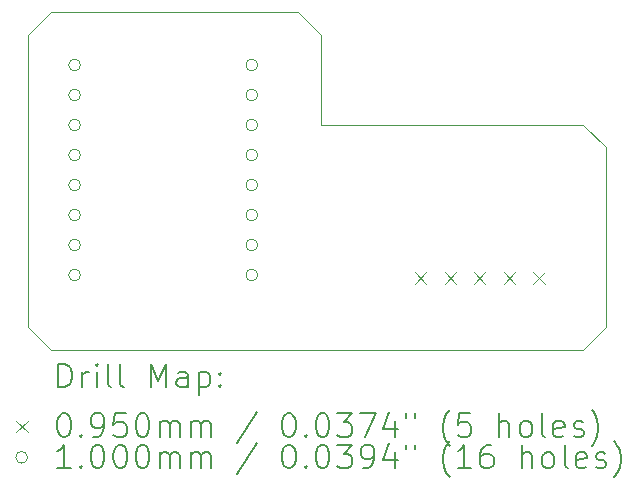
<source format=gbr>
%TF.GenerationSoftware,KiCad,Pcbnew,7.0.6-0*%
%TF.CreationDate,2023-11-24T14:46:10+00:00*%
%TF.ProjectId,TPoS Printer,54506f53-2050-4726-996e-7465722e6b69,rev?*%
%TF.SameCoordinates,Original*%
%TF.FileFunction,Drillmap*%
%TF.FilePolarity,Positive*%
%FSLAX45Y45*%
G04 Gerber Fmt 4.5, Leading zero omitted, Abs format (unit mm)*
G04 Created by KiCad (PCBNEW 7.0.6-0) date 2023-11-24 14:46:10*
%MOMM*%
%LPD*%
G01*
G04 APERTURE LIST*
%ADD10C,0.100000*%
%ADD11C,0.200000*%
%ADD12C,0.095000*%
G04 APERTURE END LIST*
D10*
X11303000Y-5651500D02*
X11303000Y-7175500D01*
X11112500Y-5461000D02*
X11303000Y-5651500D01*
X8890000Y-5461000D02*
X11112500Y-5461000D01*
X8890000Y-4699000D02*
X8890000Y-5461000D01*
X8699500Y-4508500D02*
X8890000Y-4699000D01*
X6604000Y-4508500D02*
X8699500Y-4508500D01*
X6413500Y-7175500D02*
X6413500Y-4699000D01*
X6604000Y-7366000D02*
X6413500Y-7175500D01*
X11112500Y-7366000D02*
X6604000Y-7366000D01*
X6413500Y-4699000D02*
X6604000Y-4508500D01*
X11303000Y-7175500D02*
X11112500Y-7366000D01*
D11*
D12*
X9690100Y-6708900D02*
X9785100Y-6803900D01*
X9785100Y-6708900D02*
X9690100Y-6803900D01*
X9940100Y-6708900D02*
X10035100Y-6803900D01*
X10035100Y-6708900D02*
X9940100Y-6803900D01*
X10190100Y-6708900D02*
X10285100Y-6803900D01*
X10285100Y-6708900D02*
X10190100Y-6803900D01*
X10440100Y-6708900D02*
X10535100Y-6803900D01*
X10535100Y-6708900D02*
X10440100Y-6803900D01*
X10690100Y-6708900D02*
X10785100Y-6803900D01*
X10785100Y-6708900D02*
X10690100Y-6803900D01*
D10*
X6857200Y-4953000D02*
G75*
G03*
X6857200Y-4953000I-50000J0D01*
G01*
X6857200Y-5207000D02*
G75*
G03*
X6857200Y-5207000I-50000J0D01*
G01*
X6857200Y-5461000D02*
G75*
G03*
X6857200Y-5461000I-50000J0D01*
G01*
X6857200Y-5715000D02*
G75*
G03*
X6857200Y-5715000I-50000J0D01*
G01*
X6857200Y-5969000D02*
G75*
G03*
X6857200Y-5969000I-50000J0D01*
G01*
X6857200Y-6223000D02*
G75*
G03*
X6857200Y-6223000I-50000J0D01*
G01*
X6857200Y-6477000D02*
G75*
G03*
X6857200Y-6477000I-50000J0D01*
G01*
X6857200Y-6731000D02*
G75*
G03*
X6857200Y-6731000I-50000J0D01*
G01*
X8357200Y-4953000D02*
G75*
G03*
X8357200Y-4953000I-50000J0D01*
G01*
X8357200Y-5207000D02*
G75*
G03*
X8357200Y-5207000I-50000J0D01*
G01*
X8357200Y-5461000D02*
G75*
G03*
X8357200Y-5461000I-50000J0D01*
G01*
X8357200Y-5715000D02*
G75*
G03*
X8357200Y-5715000I-50000J0D01*
G01*
X8357200Y-5969000D02*
G75*
G03*
X8357200Y-5969000I-50000J0D01*
G01*
X8357200Y-6223000D02*
G75*
G03*
X8357200Y-6223000I-50000J0D01*
G01*
X8357200Y-6477000D02*
G75*
G03*
X8357200Y-6477000I-50000J0D01*
G01*
X8357200Y-6731000D02*
G75*
G03*
X8357200Y-6731000I-50000J0D01*
G01*
D11*
X6669277Y-7682484D02*
X6669277Y-7482484D01*
X6669277Y-7482484D02*
X6716896Y-7482484D01*
X6716896Y-7482484D02*
X6745467Y-7492008D01*
X6745467Y-7492008D02*
X6764515Y-7511055D01*
X6764515Y-7511055D02*
X6774039Y-7530103D01*
X6774039Y-7530103D02*
X6783562Y-7568198D01*
X6783562Y-7568198D02*
X6783562Y-7596769D01*
X6783562Y-7596769D02*
X6774039Y-7634865D01*
X6774039Y-7634865D02*
X6764515Y-7653912D01*
X6764515Y-7653912D02*
X6745467Y-7672960D01*
X6745467Y-7672960D02*
X6716896Y-7682484D01*
X6716896Y-7682484D02*
X6669277Y-7682484D01*
X6869277Y-7682484D02*
X6869277Y-7549150D01*
X6869277Y-7587246D02*
X6878801Y-7568198D01*
X6878801Y-7568198D02*
X6888324Y-7558674D01*
X6888324Y-7558674D02*
X6907372Y-7549150D01*
X6907372Y-7549150D02*
X6926420Y-7549150D01*
X6993086Y-7682484D02*
X6993086Y-7549150D01*
X6993086Y-7482484D02*
X6983562Y-7492008D01*
X6983562Y-7492008D02*
X6993086Y-7501531D01*
X6993086Y-7501531D02*
X7002610Y-7492008D01*
X7002610Y-7492008D02*
X6993086Y-7482484D01*
X6993086Y-7482484D02*
X6993086Y-7501531D01*
X7116896Y-7682484D02*
X7097848Y-7672960D01*
X7097848Y-7672960D02*
X7088324Y-7653912D01*
X7088324Y-7653912D02*
X7088324Y-7482484D01*
X7221658Y-7682484D02*
X7202610Y-7672960D01*
X7202610Y-7672960D02*
X7193086Y-7653912D01*
X7193086Y-7653912D02*
X7193086Y-7482484D01*
X7450229Y-7682484D02*
X7450229Y-7482484D01*
X7450229Y-7482484D02*
X7516896Y-7625341D01*
X7516896Y-7625341D02*
X7583562Y-7482484D01*
X7583562Y-7482484D02*
X7583562Y-7682484D01*
X7764515Y-7682484D02*
X7764515Y-7577722D01*
X7764515Y-7577722D02*
X7754991Y-7558674D01*
X7754991Y-7558674D02*
X7735943Y-7549150D01*
X7735943Y-7549150D02*
X7697848Y-7549150D01*
X7697848Y-7549150D02*
X7678801Y-7558674D01*
X7764515Y-7672960D02*
X7745467Y-7682484D01*
X7745467Y-7682484D02*
X7697848Y-7682484D01*
X7697848Y-7682484D02*
X7678801Y-7672960D01*
X7678801Y-7672960D02*
X7669277Y-7653912D01*
X7669277Y-7653912D02*
X7669277Y-7634865D01*
X7669277Y-7634865D02*
X7678801Y-7615817D01*
X7678801Y-7615817D02*
X7697848Y-7606293D01*
X7697848Y-7606293D02*
X7745467Y-7606293D01*
X7745467Y-7606293D02*
X7764515Y-7596769D01*
X7859753Y-7549150D02*
X7859753Y-7749150D01*
X7859753Y-7558674D02*
X7878801Y-7549150D01*
X7878801Y-7549150D02*
X7916896Y-7549150D01*
X7916896Y-7549150D02*
X7935943Y-7558674D01*
X7935943Y-7558674D02*
X7945467Y-7568198D01*
X7945467Y-7568198D02*
X7954991Y-7587246D01*
X7954991Y-7587246D02*
X7954991Y-7644388D01*
X7954991Y-7644388D02*
X7945467Y-7663436D01*
X7945467Y-7663436D02*
X7935943Y-7672960D01*
X7935943Y-7672960D02*
X7916896Y-7682484D01*
X7916896Y-7682484D02*
X7878801Y-7682484D01*
X7878801Y-7682484D02*
X7859753Y-7672960D01*
X8040705Y-7663436D02*
X8050229Y-7672960D01*
X8050229Y-7672960D02*
X8040705Y-7682484D01*
X8040705Y-7682484D02*
X8031182Y-7672960D01*
X8031182Y-7672960D02*
X8040705Y-7663436D01*
X8040705Y-7663436D02*
X8040705Y-7682484D01*
X8040705Y-7558674D02*
X8050229Y-7568198D01*
X8050229Y-7568198D02*
X8040705Y-7577722D01*
X8040705Y-7577722D02*
X8031182Y-7568198D01*
X8031182Y-7568198D02*
X8040705Y-7558674D01*
X8040705Y-7558674D02*
X8040705Y-7577722D01*
D12*
X6313500Y-7963500D02*
X6408500Y-8058500D01*
X6408500Y-7963500D02*
X6313500Y-8058500D01*
D11*
X6707372Y-7902484D02*
X6726420Y-7902484D01*
X6726420Y-7902484D02*
X6745467Y-7912008D01*
X6745467Y-7912008D02*
X6754991Y-7921531D01*
X6754991Y-7921531D02*
X6764515Y-7940579D01*
X6764515Y-7940579D02*
X6774039Y-7978674D01*
X6774039Y-7978674D02*
X6774039Y-8026293D01*
X6774039Y-8026293D02*
X6764515Y-8064388D01*
X6764515Y-8064388D02*
X6754991Y-8083436D01*
X6754991Y-8083436D02*
X6745467Y-8092960D01*
X6745467Y-8092960D02*
X6726420Y-8102484D01*
X6726420Y-8102484D02*
X6707372Y-8102484D01*
X6707372Y-8102484D02*
X6688324Y-8092960D01*
X6688324Y-8092960D02*
X6678801Y-8083436D01*
X6678801Y-8083436D02*
X6669277Y-8064388D01*
X6669277Y-8064388D02*
X6659753Y-8026293D01*
X6659753Y-8026293D02*
X6659753Y-7978674D01*
X6659753Y-7978674D02*
X6669277Y-7940579D01*
X6669277Y-7940579D02*
X6678801Y-7921531D01*
X6678801Y-7921531D02*
X6688324Y-7912008D01*
X6688324Y-7912008D02*
X6707372Y-7902484D01*
X6859753Y-8083436D02*
X6869277Y-8092960D01*
X6869277Y-8092960D02*
X6859753Y-8102484D01*
X6859753Y-8102484D02*
X6850229Y-8092960D01*
X6850229Y-8092960D02*
X6859753Y-8083436D01*
X6859753Y-8083436D02*
X6859753Y-8102484D01*
X6964515Y-8102484D02*
X7002610Y-8102484D01*
X7002610Y-8102484D02*
X7021658Y-8092960D01*
X7021658Y-8092960D02*
X7031182Y-8083436D01*
X7031182Y-8083436D02*
X7050229Y-8054865D01*
X7050229Y-8054865D02*
X7059753Y-8016769D01*
X7059753Y-8016769D02*
X7059753Y-7940579D01*
X7059753Y-7940579D02*
X7050229Y-7921531D01*
X7050229Y-7921531D02*
X7040705Y-7912008D01*
X7040705Y-7912008D02*
X7021658Y-7902484D01*
X7021658Y-7902484D02*
X6983562Y-7902484D01*
X6983562Y-7902484D02*
X6964515Y-7912008D01*
X6964515Y-7912008D02*
X6954991Y-7921531D01*
X6954991Y-7921531D02*
X6945467Y-7940579D01*
X6945467Y-7940579D02*
X6945467Y-7988198D01*
X6945467Y-7988198D02*
X6954991Y-8007246D01*
X6954991Y-8007246D02*
X6964515Y-8016769D01*
X6964515Y-8016769D02*
X6983562Y-8026293D01*
X6983562Y-8026293D02*
X7021658Y-8026293D01*
X7021658Y-8026293D02*
X7040705Y-8016769D01*
X7040705Y-8016769D02*
X7050229Y-8007246D01*
X7050229Y-8007246D02*
X7059753Y-7988198D01*
X7240705Y-7902484D02*
X7145467Y-7902484D01*
X7145467Y-7902484D02*
X7135943Y-7997722D01*
X7135943Y-7997722D02*
X7145467Y-7988198D01*
X7145467Y-7988198D02*
X7164515Y-7978674D01*
X7164515Y-7978674D02*
X7212134Y-7978674D01*
X7212134Y-7978674D02*
X7231182Y-7988198D01*
X7231182Y-7988198D02*
X7240705Y-7997722D01*
X7240705Y-7997722D02*
X7250229Y-8016769D01*
X7250229Y-8016769D02*
X7250229Y-8064388D01*
X7250229Y-8064388D02*
X7240705Y-8083436D01*
X7240705Y-8083436D02*
X7231182Y-8092960D01*
X7231182Y-8092960D02*
X7212134Y-8102484D01*
X7212134Y-8102484D02*
X7164515Y-8102484D01*
X7164515Y-8102484D02*
X7145467Y-8092960D01*
X7145467Y-8092960D02*
X7135943Y-8083436D01*
X7374039Y-7902484D02*
X7393086Y-7902484D01*
X7393086Y-7902484D02*
X7412134Y-7912008D01*
X7412134Y-7912008D02*
X7421658Y-7921531D01*
X7421658Y-7921531D02*
X7431182Y-7940579D01*
X7431182Y-7940579D02*
X7440705Y-7978674D01*
X7440705Y-7978674D02*
X7440705Y-8026293D01*
X7440705Y-8026293D02*
X7431182Y-8064388D01*
X7431182Y-8064388D02*
X7421658Y-8083436D01*
X7421658Y-8083436D02*
X7412134Y-8092960D01*
X7412134Y-8092960D02*
X7393086Y-8102484D01*
X7393086Y-8102484D02*
X7374039Y-8102484D01*
X7374039Y-8102484D02*
X7354991Y-8092960D01*
X7354991Y-8092960D02*
X7345467Y-8083436D01*
X7345467Y-8083436D02*
X7335943Y-8064388D01*
X7335943Y-8064388D02*
X7326420Y-8026293D01*
X7326420Y-8026293D02*
X7326420Y-7978674D01*
X7326420Y-7978674D02*
X7335943Y-7940579D01*
X7335943Y-7940579D02*
X7345467Y-7921531D01*
X7345467Y-7921531D02*
X7354991Y-7912008D01*
X7354991Y-7912008D02*
X7374039Y-7902484D01*
X7526420Y-8102484D02*
X7526420Y-7969150D01*
X7526420Y-7988198D02*
X7535943Y-7978674D01*
X7535943Y-7978674D02*
X7554991Y-7969150D01*
X7554991Y-7969150D02*
X7583563Y-7969150D01*
X7583563Y-7969150D02*
X7602610Y-7978674D01*
X7602610Y-7978674D02*
X7612134Y-7997722D01*
X7612134Y-7997722D02*
X7612134Y-8102484D01*
X7612134Y-7997722D02*
X7621658Y-7978674D01*
X7621658Y-7978674D02*
X7640705Y-7969150D01*
X7640705Y-7969150D02*
X7669277Y-7969150D01*
X7669277Y-7969150D02*
X7688324Y-7978674D01*
X7688324Y-7978674D02*
X7697848Y-7997722D01*
X7697848Y-7997722D02*
X7697848Y-8102484D01*
X7793086Y-8102484D02*
X7793086Y-7969150D01*
X7793086Y-7988198D02*
X7802610Y-7978674D01*
X7802610Y-7978674D02*
X7821658Y-7969150D01*
X7821658Y-7969150D02*
X7850229Y-7969150D01*
X7850229Y-7969150D02*
X7869277Y-7978674D01*
X7869277Y-7978674D02*
X7878801Y-7997722D01*
X7878801Y-7997722D02*
X7878801Y-8102484D01*
X7878801Y-7997722D02*
X7888324Y-7978674D01*
X7888324Y-7978674D02*
X7907372Y-7969150D01*
X7907372Y-7969150D02*
X7935943Y-7969150D01*
X7935943Y-7969150D02*
X7954991Y-7978674D01*
X7954991Y-7978674D02*
X7964515Y-7997722D01*
X7964515Y-7997722D02*
X7964515Y-8102484D01*
X8354991Y-7892960D02*
X8183563Y-8150103D01*
X8612134Y-7902484D02*
X8631182Y-7902484D01*
X8631182Y-7902484D02*
X8650229Y-7912008D01*
X8650229Y-7912008D02*
X8659753Y-7921531D01*
X8659753Y-7921531D02*
X8669277Y-7940579D01*
X8669277Y-7940579D02*
X8678801Y-7978674D01*
X8678801Y-7978674D02*
X8678801Y-8026293D01*
X8678801Y-8026293D02*
X8669277Y-8064388D01*
X8669277Y-8064388D02*
X8659753Y-8083436D01*
X8659753Y-8083436D02*
X8650229Y-8092960D01*
X8650229Y-8092960D02*
X8631182Y-8102484D01*
X8631182Y-8102484D02*
X8612134Y-8102484D01*
X8612134Y-8102484D02*
X8593087Y-8092960D01*
X8593087Y-8092960D02*
X8583563Y-8083436D01*
X8583563Y-8083436D02*
X8574039Y-8064388D01*
X8574039Y-8064388D02*
X8564515Y-8026293D01*
X8564515Y-8026293D02*
X8564515Y-7978674D01*
X8564515Y-7978674D02*
X8574039Y-7940579D01*
X8574039Y-7940579D02*
X8583563Y-7921531D01*
X8583563Y-7921531D02*
X8593087Y-7912008D01*
X8593087Y-7912008D02*
X8612134Y-7902484D01*
X8764515Y-8083436D02*
X8774039Y-8092960D01*
X8774039Y-8092960D02*
X8764515Y-8102484D01*
X8764515Y-8102484D02*
X8754991Y-8092960D01*
X8754991Y-8092960D02*
X8764515Y-8083436D01*
X8764515Y-8083436D02*
X8764515Y-8102484D01*
X8897848Y-7902484D02*
X8916896Y-7902484D01*
X8916896Y-7902484D02*
X8935944Y-7912008D01*
X8935944Y-7912008D02*
X8945468Y-7921531D01*
X8945468Y-7921531D02*
X8954991Y-7940579D01*
X8954991Y-7940579D02*
X8964515Y-7978674D01*
X8964515Y-7978674D02*
X8964515Y-8026293D01*
X8964515Y-8026293D02*
X8954991Y-8064388D01*
X8954991Y-8064388D02*
X8945468Y-8083436D01*
X8945468Y-8083436D02*
X8935944Y-8092960D01*
X8935944Y-8092960D02*
X8916896Y-8102484D01*
X8916896Y-8102484D02*
X8897848Y-8102484D01*
X8897848Y-8102484D02*
X8878801Y-8092960D01*
X8878801Y-8092960D02*
X8869277Y-8083436D01*
X8869277Y-8083436D02*
X8859753Y-8064388D01*
X8859753Y-8064388D02*
X8850229Y-8026293D01*
X8850229Y-8026293D02*
X8850229Y-7978674D01*
X8850229Y-7978674D02*
X8859753Y-7940579D01*
X8859753Y-7940579D02*
X8869277Y-7921531D01*
X8869277Y-7921531D02*
X8878801Y-7912008D01*
X8878801Y-7912008D02*
X8897848Y-7902484D01*
X9031182Y-7902484D02*
X9154991Y-7902484D01*
X9154991Y-7902484D02*
X9088325Y-7978674D01*
X9088325Y-7978674D02*
X9116896Y-7978674D01*
X9116896Y-7978674D02*
X9135944Y-7988198D01*
X9135944Y-7988198D02*
X9145468Y-7997722D01*
X9145468Y-7997722D02*
X9154991Y-8016769D01*
X9154991Y-8016769D02*
X9154991Y-8064388D01*
X9154991Y-8064388D02*
X9145468Y-8083436D01*
X9145468Y-8083436D02*
X9135944Y-8092960D01*
X9135944Y-8092960D02*
X9116896Y-8102484D01*
X9116896Y-8102484D02*
X9059753Y-8102484D01*
X9059753Y-8102484D02*
X9040706Y-8092960D01*
X9040706Y-8092960D02*
X9031182Y-8083436D01*
X9221658Y-7902484D02*
X9354991Y-7902484D01*
X9354991Y-7902484D02*
X9269277Y-8102484D01*
X9516896Y-7969150D02*
X9516896Y-8102484D01*
X9469277Y-7892960D02*
X9421658Y-8035817D01*
X9421658Y-8035817D02*
X9545468Y-8035817D01*
X9612134Y-7902484D02*
X9612134Y-7940579D01*
X9688325Y-7902484D02*
X9688325Y-7940579D01*
X9983563Y-8178674D02*
X9974039Y-8169150D01*
X9974039Y-8169150D02*
X9954991Y-8140579D01*
X9954991Y-8140579D02*
X9945468Y-8121531D01*
X9945468Y-8121531D02*
X9935944Y-8092960D01*
X9935944Y-8092960D02*
X9926420Y-8045341D01*
X9926420Y-8045341D02*
X9926420Y-8007246D01*
X9926420Y-8007246D02*
X9935944Y-7959627D01*
X9935944Y-7959627D02*
X9945468Y-7931055D01*
X9945468Y-7931055D02*
X9954991Y-7912008D01*
X9954991Y-7912008D02*
X9974039Y-7883436D01*
X9974039Y-7883436D02*
X9983563Y-7873912D01*
X10154991Y-7902484D02*
X10059753Y-7902484D01*
X10059753Y-7902484D02*
X10050230Y-7997722D01*
X10050230Y-7997722D02*
X10059753Y-7988198D01*
X10059753Y-7988198D02*
X10078801Y-7978674D01*
X10078801Y-7978674D02*
X10126420Y-7978674D01*
X10126420Y-7978674D02*
X10145468Y-7988198D01*
X10145468Y-7988198D02*
X10154991Y-7997722D01*
X10154991Y-7997722D02*
X10164515Y-8016769D01*
X10164515Y-8016769D02*
X10164515Y-8064388D01*
X10164515Y-8064388D02*
X10154991Y-8083436D01*
X10154991Y-8083436D02*
X10145468Y-8092960D01*
X10145468Y-8092960D02*
X10126420Y-8102484D01*
X10126420Y-8102484D02*
X10078801Y-8102484D01*
X10078801Y-8102484D02*
X10059753Y-8092960D01*
X10059753Y-8092960D02*
X10050230Y-8083436D01*
X10402611Y-8102484D02*
X10402611Y-7902484D01*
X10488325Y-8102484D02*
X10488325Y-7997722D01*
X10488325Y-7997722D02*
X10478801Y-7978674D01*
X10478801Y-7978674D02*
X10459753Y-7969150D01*
X10459753Y-7969150D02*
X10431182Y-7969150D01*
X10431182Y-7969150D02*
X10412134Y-7978674D01*
X10412134Y-7978674D02*
X10402611Y-7988198D01*
X10612134Y-8102484D02*
X10593087Y-8092960D01*
X10593087Y-8092960D02*
X10583563Y-8083436D01*
X10583563Y-8083436D02*
X10574039Y-8064388D01*
X10574039Y-8064388D02*
X10574039Y-8007246D01*
X10574039Y-8007246D02*
X10583563Y-7988198D01*
X10583563Y-7988198D02*
X10593087Y-7978674D01*
X10593087Y-7978674D02*
X10612134Y-7969150D01*
X10612134Y-7969150D02*
X10640706Y-7969150D01*
X10640706Y-7969150D02*
X10659753Y-7978674D01*
X10659753Y-7978674D02*
X10669277Y-7988198D01*
X10669277Y-7988198D02*
X10678801Y-8007246D01*
X10678801Y-8007246D02*
X10678801Y-8064388D01*
X10678801Y-8064388D02*
X10669277Y-8083436D01*
X10669277Y-8083436D02*
X10659753Y-8092960D01*
X10659753Y-8092960D02*
X10640706Y-8102484D01*
X10640706Y-8102484D02*
X10612134Y-8102484D01*
X10793087Y-8102484D02*
X10774039Y-8092960D01*
X10774039Y-8092960D02*
X10764515Y-8073912D01*
X10764515Y-8073912D02*
X10764515Y-7902484D01*
X10945468Y-8092960D02*
X10926420Y-8102484D01*
X10926420Y-8102484D02*
X10888325Y-8102484D01*
X10888325Y-8102484D02*
X10869277Y-8092960D01*
X10869277Y-8092960D02*
X10859753Y-8073912D01*
X10859753Y-8073912D02*
X10859753Y-7997722D01*
X10859753Y-7997722D02*
X10869277Y-7978674D01*
X10869277Y-7978674D02*
X10888325Y-7969150D01*
X10888325Y-7969150D02*
X10926420Y-7969150D01*
X10926420Y-7969150D02*
X10945468Y-7978674D01*
X10945468Y-7978674D02*
X10954992Y-7997722D01*
X10954992Y-7997722D02*
X10954992Y-8016769D01*
X10954992Y-8016769D02*
X10859753Y-8035817D01*
X11031182Y-8092960D02*
X11050230Y-8102484D01*
X11050230Y-8102484D02*
X11088325Y-8102484D01*
X11088325Y-8102484D02*
X11107373Y-8092960D01*
X11107373Y-8092960D02*
X11116896Y-8073912D01*
X11116896Y-8073912D02*
X11116896Y-8064388D01*
X11116896Y-8064388D02*
X11107373Y-8045341D01*
X11107373Y-8045341D02*
X11088325Y-8035817D01*
X11088325Y-8035817D02*
X11059753Y-8035817D01*
X11059753Y-8035817D02*
X11040706Y-8026293D01*
X11040706Y-8026293D02*
X11031182Y-8007246D01*
X11031182Y-8007246D02*
X11031182Y-7997722D01*
X11031182Y-7997722D02*
X11040706Y-7978674D01*
X11040706Y-7978674D02*
X11059753Y-7969150D01*
X11059753Y-7969150D02*
X11088325Y-7969150D01*
X11088325Y-7969150D02*
X11107373Y-7978674D01*
X11183563Y-8178674D02*
X11193087Y-8169150D01*
X11193087Y-8169150D02*
X11212134Y-8140579D01*
X11212134Y-8140579D02*
X11221658Y-8121531D01*
X11221658Y-8121531D02*
X11231182Y-8092960D01*
X11231182Y-8092960D02*
X11240706Y-8045341D01*
X11240706Y-8045341D02*
X11240706Y-8007246D01*
X11240706Y-8007246D02*
X11231182Y-7959627D01*
X11231182Y-7959627D02*
X11221658Y-7931055D01*
X11221658Y-7931055D02*
X11212134Y-7912008D01*
X11212134Y-7912008D02*
X11193087Y-7883436D01*
X11193087Y-7883436D02*
X11183563Y-7873912D01*
D10*
X6408500Y-8275000D02*
G75*
G03*
X6408500Y-8275000I-50000J0D01*
G01*
D11*
X6774039Y-8366484D02*
X6659753Y-8366484D01*
X6716896Y-8366484D02*
X6716896Y-8166484D01*
X6716896Y-8166484D02*
X6697848Y-8195055D01*
X6697848Y-8195055D02*
X6678801Y-8214103D01*
X6678801Y-8214103D02*
X6659753Y-8223627D01*
X6859753Y-8347436D02*
X6869277Y-8356960D01*
X6869277Y-8356960D02*
X6859753Y-8366484D01*
X6859753Y-8366484D02*
X6850229Y-8356960D01*
X6850229Y-8356960D02*
X6859753Y-8347436D01*
X6859753Y-8347436D02*
X6859753Y-8366484D01*
X6993086Y-8166484D02*
X7012134Y-8166484D01*
X7012134Y-8166484D02*
X7031182Y-8176008D01*
X7031182Y-8176008D02*
X7040705Y-8185531D01*
X7040705Y-8185531D02*
X7050229Y-8204579D01*
X7050229Y-8204579D02*
X7059753Y-8242674D01*
X7059753Y-8242674D02*
X7059753Y-8290293D01*
X7059753Y-8290293D02*
X7050229Y-8328388D01*
X7050229Y-8328388D02*
X7040705Y-8347436D01*
X7040705Y-8347436D02*
X7031182Y-8356960D01*
X7031182Y-8356960D02*
X7012134Y-8366484D01*
X7012134Y-8366484D02*
X6993086Y-8366484D01*
X6993086Y-8366484D02*
X6974039Y-8356960D01*
X6974039Y-8356960D02*
X6964515Y-8347436D01*
X6964515Y-8347436D02*
X6954991Y-8328388D01*
X6954991Y-8328388D02*
X6945467Y-8290293D01*
X6945467Y-8290293D02*
X6945467Y-8242674D01*
X6945467Y-8242674D02*
X6954991Y-8204579D01*
X6954991Y-8204579D02*
X6964515Y-8185531D01*
X6964515Y-8185531D02*
X6974039Y-8176008D01*
X6974039Y-8176008D02*
X6993086Y-8166484D01*
X7183562Y-8166484D02*
X7202610Y-8166484D01*
X7202610Y-8166484D02*
X7221658Y-8176008D01*
X7221658Y-8176008D02*
X7231182Y-8185531D01*
X7231182Y-8185531D02*
X7240705Y-8204579D01*
X7240705Y-8204579D02*
X7250229Y-8242674D01*
X7250229Y-8242674D02*
X7250229Y-8290293D01*
X7250229Y-8290293D02*
X7240705Y-8328388D01*
X7240705Y-8328388D02*
X7231182Y-8347436D01*
X7231182Y-8347436D02*
X7221658Y-8356960D01*
X7221658Y-8356960D02*
X7202610Y-8366484D01*
X7202610Y-8366484D02*
X7183562Y-8366484D01*
X7183562Y-8366484D02*
X7164515Y-8356960D01*
X7164515Y-8356960D02*
X7154991Y-8347436D01*
X7154991Y-8347436D02*
X7145467Y-8328388D01*
X7145467Y-8328388D02*
X7135943Y-8290293D01*
X7135943Y-8290293D02*
X7135943Y-8242674D01*
X7135943Y-8242674D02*
X7145467Y-8204579D01*
X7145467Y-8204579D02*
X7154991Y-8185531D01*
X7154991Y-8185531D02*
X7164515Y-8176008D01*
X7164515Y-8176008D02*
X7183562Y-8166484D01*
X7374039Y-8166484D02*
X7393086Y-8166484D01*
X7393086Y-8166484D02*
X7412134Y-8176008D01*
X7412134Y-8176008D02*
X7421658Y-8185531D01*
X7421658Y-8185531D02*
X7431182Y-8204579D01*
X7431182Y-8204579D02*
X7440705Y-8242674D01*
X7440705Y-8242674D02*
X7440705Y-8290293D01*
X7440705Y-8290293D02*
X7431182Y-8328388D01*
X7431182Y-8328388D02*
X7421658Y-8347436D01*
X7421658Y-8347436D02*
X7412134Y-8356960D01*
X7412134Y-8356960D02*
X7393086Y-8366484D01*
X7393086Y-8366484D02*
X7374039Y-8366484D01*
X7374039Y-8366484D02*
X7354991Y-8356960D01*
X7354991Y-8356960D02*
X7345467Y-8347436D01*
X7345467Y-8347436D02*
X7335943Y-8328388D01*
X7335943Y-8328388D02*
X7326420Y-8290293D01*
X7326420Y-8290293D02*
X7326420Y-8242674D01*
X7326420Y-8242674D02*
X7335943Y-8204579D01*
X7335943Y-8204579D02*
X7345467Y-8185531D01*
X7345467Y-8185531D02*
X7354991Y-8176008D01*
X7354991Y-8176008D02*
X7374039Y-8166484D01*
X7526420Y-8366484D02*
X7526420Y-8233150D01*
X7526420Y-8252198D02*
X7535943Y-8242674D01*
X7535943Y-8242674D02*
X7554991Y-8233150D01*
X7554991Y-8233150D02*
X7583563Y-8233150D01*
X7583563Y-8233150D02*
X7602610Y-8242674D01*
X7602610Y-8242674D02*
X7612134Y-8261722D01*
X7612134Y-8261722D02*
X7612134Y-8366484D01*
X7612134Y-8261722D02*
X7621658Y-8242674D01*
X7621658Y-8242674D02*
X7640705Y-8233150D01*
X7640705Y-8233150D02*
X7669277Y-8233150D01*
X7669277Y-8233150D02*
X7688324Y-8242674D01*
X7688324Y-8242674D02*
X7697848Y-8261722D01*
X7697848Y-8261722D02*
X7697848Y-8366484D01*
X7793086Y-8366484D02*
X7793086Y-8233150D01*
X7793086Y-8252198D02*
X7802610Y-8242674D01*
X7802610Y-8242674D02*
X7821658Y-8233150D01*
X7821658Y-8233150D02*
X7850229Y-8233150D01*
X7850229Y-8233150D02*
X7869277Y-8242674D01*
X7869277Y-8242674D02*
X7878801Y-8261722D01*
X7878801Y-8261722D02*
X7878801Y-8366484D01*
X7878801Y-8261722D02*
X7888324Y-8242674D01*
X7888324Y-8242674D02*
X7907372Y-8233150D01*
X7907372Y-8233150D02*
X7935943Y-8233150D01*
X7935943Y-8233150D02*
X7954991Y-8242674D01*
X7954991Y-8242674D02*
X7964515Y-8261722D01*
X7964515Y-8261722D02*
X7964515Y-8366484D01*
X8354991Y-8156960D02*
X8183563Y-8414103D01*
X8612134Y-8166484D02*
X8631182Y-8166484D01*
X8631182Y-8166484D02*
X8650229Y-8176008D01*
X8650229Y-8176008D02*
X8659753Y-8185531D01*
X8659753Y-8185531D02*
X8669277Y-8204579D01*
X8669277Y-8204579D02*
X8678801Y-8242674D01*
X8678801Y-8242674D02*
X8678801Y-8290293D01*
X8678801Y-8290293D02*
X8669277Y-8328388D01*
X8669277Y-8328388D02*
X8659753Y-8347436D01*
X8659753Y-8347436D02*
X8650229Y-8356960D01*
X8650229Y-8356960D02*
X8631182Y-8366484D01*
X8631182Y-8366484D02*
X8612134Y-8366484D01*
X8612134Y-8366484D02*
X8593087Y-8356960D01*
X8593087Y-8356960D02*
X8583563Y-8347436D01*
X8583563Y-8347436D02*
X8574039Y-8328388D01*
X8574039Y-8328388D02*
X8564515Y-8290293D01*
X8564515Y-8290293D02*
X8564515Y-8242674D01*
X8564515Y-8242674D02*
X8574039Y-8204579D01*
X8574039Y-8204579D02*
X8583563Y-8185531D01*
X8583563Y-8185531D02*
X8593087Y-8176008D01*
X8593087Y-8176008D02*
X8612134Y-8166484D01*
X8764515Y-8347436D02*
X8774039Y-8356960D01*
X8774039Y-8356960D02*
X8764515Y-8366484D01*
X8764515Y-8366484D02*
X8754991Y-8356960D01*
X8754991Y-8356960D02*
X8764515Y-8347436D01*
X8764515Y-8347436D02*
X8764515Y-8366484D01*
X8897848Y-8166484D02*
X8916896Y-8166484D01*
X8916896Y-8166484D02*
X8935944Y-8176008D01*
X8935944Y-8176008D02*
X8945468Y-8185531D01*
X8945468Y-8185531D02*
X8954991Y-8204579D01*
X8954991Y-8204579D02*
X8964515Y-8242674D01*
X8964515Y-8242674D02*
X8964515Y-8290293D01*
X8964515Y-8290293D02*
X8954991Y-8328388D01*
X8954991Y-8328388D02*
X8945468Y-8347436D01*
X8945468Y-8347436D02*
X8935944Y-8356960D01*
X8935944Y-8356960D02*
X8916896Y-8366484D01*
X8916896Y-8366484D02*
X8897848Y-8366484D01*
X8897848Y-8366484D02*
X8878801Y-8356960D01*
X8878801Y-8356960D02*
X8869277Y-8347436D01*
X8869277Y-8347436D02*
X8859753Y-8328388D01*
X8859753Y-8328388D02*
X8850229Y-8290293D01*
X8850229Y-8290293D02*
X8850229Y-8242674D01*
X8850229Y-8242674D02*
X8859753Y-8204579D01*
X8859753Y-8204579D02*
X8869277Y-8185531D01*
X8869277Y-8185531D02*
X8878801Y-8176008D01*
X8878801Y-8176008D02*
X8897848Y-8166484D01*
X9031182Y-8166484D02*
X9154991Y-8166484D01*
X9154991Y-8166484D02*
X9088325Y-8242674D01*
X9088325Y-8242674D02*
X9116896Y-8242674D01*
X9116896Y-8242674D02*
X9135944Y-8252198D01*
X9135944Y-8252198D02*
X9145468Y-8261722D01*
X9145468Y-8261722D02*
X9154991Y-8280769D01*
X9154991Y-8280769D02*
X9154991Y-8328388D01*
X9154991Y-8328388D02*
X9145468Y-8347436D01*
X9145468Y-8347436D02*
X9135944Y-8356960D01*
X9135944Y-8356960D02*
X9116896Y-8366484D01*
X9116896Y-8366484D02*
X9059753Y-8366484D01*
X9059753Y-8366484D02*
X9040706Y-8356960D01*
X9040706Y-8356960D02*
X9031182Y-8347436D01*
X9250229Y-8366484D02*
X9288325Y-8366484D01*
X9288325Y-8366484D02*
X9307372Y-8356960D01*
X9307372Y-8356960D02*
X9316896Y-8347436D01*
X9316896Y-8347436D02*
X9335944Y-8318865D01*
X9335944Y-8318865D02*
X9345468Y-8280769D01*
X9345468Y-8280769D02*
X9345468Y-8204579D01*
X9345468Y-8204579D02*
X9335944Y-8185531D01*
X9335944Y-8185531D02*
X9326420Y-8176008D01*
X9326420Y-8176008D02*
X9307372Y-8166484D01*
X9307372Y-8166484D02*
X9269277Y-8166484D01*
X9269277Y-8166484D02*
X9250229Y-8176008D01*
X9250229Y-8176008D02*
X9240706Y-8185531D01*
X9240706Y-8185531D02*
X9231182Y-8204579D01*
X9231182Y-8204579D02*
X9231182Y-8252198D01*
X9231182Y-8252198D02*
X9240706Y-8271246D01*
X9240706Y-8271246D02*
X9250229Y-8280769D01*
X9250229Y-8280769D02*
X9269277Y-8290293D01*
X9269277Y-8290293D02*
X9307372Y-8290293D01*
X9307372Y-8290293D02*
X9326420Y-8280769D01*
X9326420Y-8280769D02*
X9335944Y-8271246D01*
X9335944Y-8271246D02*
X9345468Y-8252198D01*
X9516896Y-8233150D02*
X9516896Y-8366484D01*
X9469277Y-8156960D02*
X9421658Y-8299817D01*
X9421658Y-8299817D02*
X9545468Y-8299817D01*
X9612134Y-8166484D02*
X9612134Y-8204579D01*
X9688325Y-8166484D02*
X9688325Y-8204579D01*
X9983563Y-8442674D02*
X9974039Y-8433150D01*
X9974039Y-8433150D02*
X9954991Y-8404579D01*
X9954991Y-8404579D02*
X9945468Y-8385531D01*
X9945468Y-8385531D02*
X9935944Y-8356960D01*
X9935944Y-8356960D02*
X9926420Y-8309341D01*
X9926420Y-8309341D02*
X9926420Y-8271246D01*
X9926420Y-8271246D02*
X9935944Y-8223627D01*
X9935944Y-8223627D02*
X9945468Y-8195055D01*
X9945468Y-8195055D02*
X9954991Y-8176008D01*
X9954991Y-8176008D02*
X9974039Y-8147436D01*
X9974039Y-8147436D02*
X9983563Y-8137912D01*
X10164515Y-8366484D02*
X10050230Y-8366484D01*
X10107372Y-8366484D02*
X10107372Y-8166484D01*
X10107372Y-8166484D02*
X10088325Y-8195055D01*
X10088325Y-8195055D02*
X10069277Y-8214103D01*
X10069277Y-8214103D02*
X10050230Y-8223627D01*
X10335944Y-8166484D02*
X10297849Y-8166484D01*
X10297849Y-8166484D02*
X10278801Y-8176008D01*
X10278801Y-8176008D02*
X10269277Y-8185531D01*
X10269277Y-8185531D02*
X10250230Y-8214103D01*
X10250230Y-8214103D02*
X10240706Y-8252198D01*
X10240706Y-8252198D02*
X10240706Y-8328388D01*
X10240706Y-8328388D02*
X10250230Y-8347436D01*
X10250230Y-8347436D02*
X10259753Y-8356960D01*
X10259753Y-8356960D02*
X10278801Y-8366484D01*
X10278801Y-8366484D02*
X10316896Y-8366484D01*
X10316896Y-8366484D02*
X10335944Y-8356960D01*
X10335944Y-8356960D02*
X10345468Y-8347436D01*
X10345468Y-8347436D02*
X10354991Y-8328388D01*
X10354991Y-8328388D02*
X10354991Y-8280769D01*
X10354991Y-8280769D02*
X10345468Y-8261722D01*
X10345468Y-8261722D02*
X10335944Y-8252198D01*
X10335944Y-8252198D02*
X10316896Y-8242674D01*
X10316896Y-8242674D02*
X10278801Y-8242674D01*
X10278801Y-8242674D02*
X10259753Y-8252198D01*
X10259753Y-8252198D02*
X10250230Y-8261722D01*
X10250230Y-8261722D02*
X10240706Y-8280769D01*
X10593087Y-8366484D02*
X10593087Y-8166484D01*
X10678801Y-8366484D02*
X10678801Y-8261722D01*
X10678801Y-8261722D02*
X10669277Y-8242674D01*
X10669277Y-8242674D02*
X10650230Y-8233150D01*
X10650230Y-8233150D02*
X10621658Y-8233150D01*
X10621658Y-8233150D02*
X10602611Y-8242674D01*
X10602611Y-8242674D02*
X10593087Y-8252198D01*
X10802611Y-8366484D02*
X10783563Y-8356960D01*
X10783563Y-8356960D02*
X10774039Y-8347436D01*
X10774039Y-8347436D02*
X10764515Y-8328388D01*
X10764515Y-8328388D02*
X10764515Y-8271246D01*
X10764515Y-8271246D02*
X10774039Y-8252198D01*
X10774039Y-8252198D02*
X10783563Y-8242674D01*
X10783563Y-8242674D02*
X10802611Y-8233150D01*
X10802611Y-8233150D02*
X10831182Y-8233150D01*
X10831182Y-8233150D02*
X10850230Y-8242674D01*
X10850230Y-8242674D02*
X10859753Y-8252198D01*
X10859753Y-8252198D02*
X10869277Y-8271246D01*
X10869277Y-8271246D02*
X10869277Y-8328388D01*
X10869277Y-8328388D02*
X10859753Y-8347436D01*
X10859753Y-8347436D02*
X10850230Y-8356960D01*
X10850230Y-8356960D02*
X10831182Y-8366484D01*
X10831182Y-8366484D02*
X10802611Y-8366484D01*
X10983563Y-8366484D02*
X10964515Y-8356960D01*
X10964515Y-8356960D02*
X10954992Y-8337912D01*
X10954992Y-8337912D02*
X10954992Y-8166484D01*
X11135944Y-8356960D02*
X11116896Y-8366484D01*
X11116896Y-8366484D02*
X11078801Y-8366484D01*
X11078801Y-8366484D02*
X11059753Y-8356960D01*
X11059753Y-8356960D02*
X11050230Y-8337912D01*
X11050230Y-8337912D02*
X11050230Y-8261722D01*
X11050230Y-8261722D02*
X11059753Y-8242674D01*
X11059753Y-8242674D02*
X11078801Y-8233150D01*
X11078801Y-8233150D02*
X11116896Y-8233150D01*
X11116896Y-8233150D02*
X11135944Y-8242674D01*
X11135944Y-8242674D02*
X11145468Y-8261722D01*
X11145468Y-8261722D02*
X11145468Y-8280769D01*
X11145468Y-8280769D02*
X11050230Y-8299817D01*
X11221658Y-8356960D02*
X11240706Y-8366484D01*
X11240706Y-8366484D02*
X11278801Y-8366484D01*
X11278801Y-8366484D02*
X11297849Y-8356960D01*
X11297849Y-8356960D02*
X11307372Y-8337912D01*
X11307372Y-8337912D02*
X11307372Y-8328388D01*
X11307372Y-8328388D02*
X11297849Y-8309341D01*
X11297849Y-8309341D02*
X11278801Y-8299817D01*
X11278801Y-8299817D02*
X11250230Y-8299817D01*
X11250230Y-8299817D02*
X11231182Y-8290293D01*
X11231182Y-8290293D02*
X11221658Y-8271246D01*
X11221658Y-8271246D02*
X11221658Y-8261722D01*
X11221658Y-8261722D02*
X11231182Y-8242674D01*
X11231182Y-8242674D02*
X11250230Y-8233150D01*
X11250230Y-8233150D02*
X11278801Y-8233150D01*
X11278801Y-8233150D02*
X11297849Y-8242674D01*
X11374039Y-8442674D02*
X11383563Y-8433150D01*
X11383563Y-8433150D02*
X11402611Y-8404579D01*
X11402611Y-8404579D02*
X11412134Y-8385531D01*
X11412134Y-8385531D02*
X11421658Y-8356960D01*
X11421658Y-8356960D02*
X11431182Y-8309341D01*
X11431182Y-8309341D02*
X11431182Y-8271246D01*
X11431182Y-8271246D02*
X11421658Y-8223627D01*
X11421658Y-8223627D02*
X11412134Y-8195055D01*
X11412134Y-8195055D02*
X11402611Y-8176008D01*
X11402611Y-8176008D02*
X11383563Y-8147436D01*
X11383563Y-8147436D02*
X11374039Y-8137912D01*
M02*

</source>
